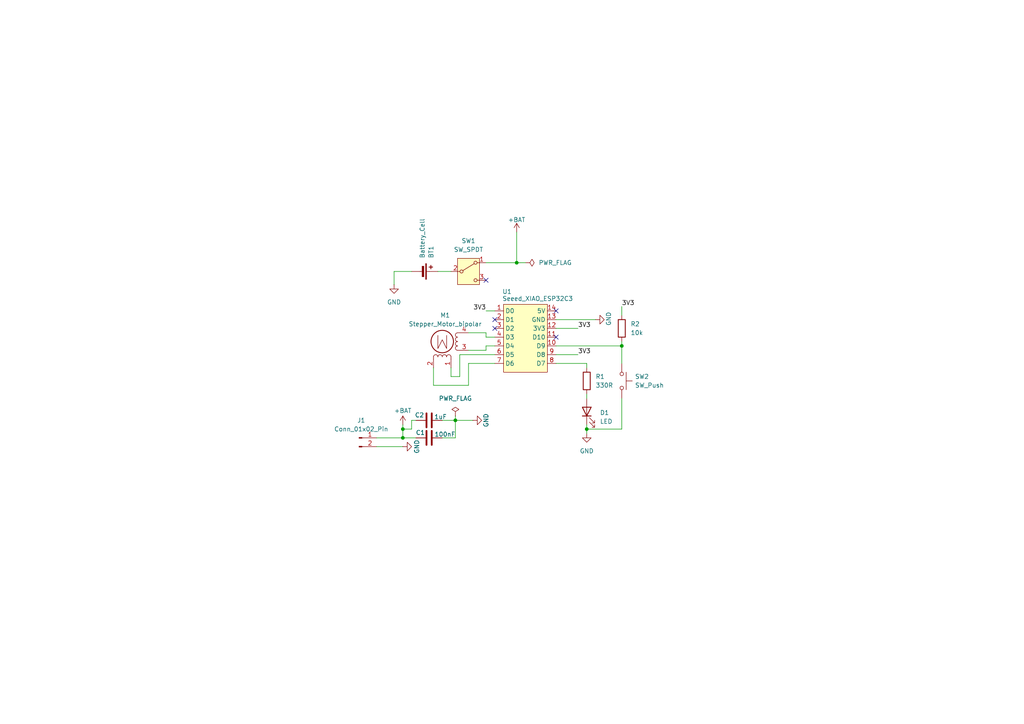
<source format=kicad_sch>
(kicad_sch
	(version 20231120)
	(generator "eeschema")
	(generator_version "8.0")
	(uuid "a89d5cc3-74d9-40c9-80fa-4f12a9fd4464")
	(paper "A4")
	(title_block
		(title "Smart_Litter_Box_Sensor_PCB")
		(comment 1 "Ver. 2")
		(comment 2 "This graph shows the output desplay part of the litter box")
		(comment 3 "Auria Zhang")
	)
	(lib_symbols
		(symbol "Connector:Conn_01x02_Pin"
			(pin_names
				(offset 1.016) hide)
			(exclude_from_sim no)
			(in_bom yes)
			(on_board yes)
			(property "Reference" "J"
				(at 0 2.54 0)
				(effects
					(font
						(size 1.27 1.27)
					)
				)
			)
			(property "Value" "Conn_01x02_Pin"
				(at 0 -5.08 0)
				(effects
					(font
						(size 1.27 1.27)
					)
				)
			)
			(property "Footprint" ""
				(at 0 0 0)
				(effects
					(font
						(size 1.27 1.27)
					)
					(hide yes)
				)
			)
			(property "Datasheet" "~"
				(at 0 0 0)
				(effects
					(font
						(size 1.27 1.27)
					)
					(hide yes)
				)
			)
			(property "Description" "Generic connector, single row, 01x02, script generated"
				(at 0 0 0)
				(effects
					(font
						(size 1.27 1.27)
					)
					(hide yes)
				)
			)
			(property "ki_locked" ""
				(at 0 0 0)
				(effects
					(font
						(size 1.27 1.27)
					)
				)
			)
			(property "ki_keywords" "connector"
				(at 0 0 0)
				(effects
					(font
						(size 1.27 1.27)
					)
					(hide yes)
				)
			)
			(property "ki_fp_filters" "Connector*:*_1x??_*"
				(at 0 0 0)
				(effects
					(font
						(size 1.27 1.27)
					)
					(hide yes)
				)
			)
			(symbol "Conn_01x02_Pin_1_1"
				(polyline
					(pts
						(xy 1.27 -2.54) (xy 0.8636 -2.54)
					)
					(stroke
						(width 0.1524)
						(type default)
					)
					(fill
						(type none)
					)
				)
				(polyline
					(pts
						(xy 1.27 0) (xy 0.8636 0)
					)
					(stroke
						(width 0.1524)
						(type default)
					)
					(fill
						(type none)
					)
				)
				(rectangle
					(start 0.8636 -2.413)
					(end 0 -2.667)
					(stroke
						(width 0.1524)
						(type default)
					)
					(fill
						(type outline)
					)
				)
				(rectangle
					(start 0.8636 0.127)
					(end 0 -0.127)
					(stroke
						(width 0.1524)
						(type default)
					)
					(fill
						(type outline)
					)
				)
				(pin passive line
					(at 5.08 0 180)
					(length 3.81)
					(name "Pin_1"
						(effects
							(font
								(size 1.27 1.27)
							)
						)
					)
					(number "1"
						(effects
							(font
								(size 1.27 1.27)
							)
						)
					)
				)
				(pin passive line
					(at 5.08 -2.54 180)
					(length 3.81)
					(name "Pin_2"
						(effects
							(font
								(size 1.27 1.27)
							)
						)
					)
					(number "2"
						(effects
							(font
								(size 1.27 1.27)
							)
						)
					)
				)
			)
		)
		(symbol "Device:Battery_Cell"
			(pin_numbers hide)
			(pin_names
				(offset 0) hide)
			(exclude_from_sim no)
			(in_bom yes)
			(on_board yes)
			(property "Reference" "BT"
				(at 2.54 2.54 0)
				(effects
					(font
						(size 1.27 1.27)
					)
					(justify left)
				)
			)
			(property "Value" "Battery_Cell"
				(at 2.54 0 0)
				(effects
					(font
						(size 1.27 1.27)
					)
					(justify left)
				)
			)
			(property "Footprint" ""
				(at 0 1.524 90)
				(effects
					(font
						(size 1.27 1.27)
					)
					(hide yes)
				)
			)
			(property "Datasheet" "~"
				(at 0 1.524 90)
				(effects
					(font
						(size 1.27 1.27)
					)
					(hide yes)
				)
			)
			(property "Description" "Single-cell battery"
				(at 0 0 0)
				(effects
					(font
						(size 1.27 1.27)
					)
					(hide yes)
				)
			)
			(property "ki_keywords" "battery cell"
				(at 0 0 0)
				(effects
					(font
						(size 1.27 1.27)
					)
					(hide yes)
				)
			)
			(symbol "Battery_Cell_0_1"
				(rectangle
					(start -2.286 1.778)
					(end 2.286 1.524)
					(stroke
						(width 0)
						(type default)
					)
					(fill
						(type outline)
					)
				)
				(rectangle
					(start -1.524 1.016)
					(end 1.524 0.508)
					(stroke
						(width 0)
						(type default)
					)
					(fill
						(type outline)
					)
				)
				(polyline
					(pts
						(xy 0 0.762) (xy 0 0)
					)
					(stroke
						(width 0)
						(type default)
					)
					(fill
						(type none)
					)
				)
				(polyline
					(pts
						(xy 0 1.778) (xy 0 2.54)
					)
					(stroke
						(width 0)
						(type default)
					)
					(fill
						(type none)
					)
				)
				(polyline
					(pts
						(xy 0.762 3.048) (xy 1.778 3.048)
					)
					(stroke
						(width 0.254)
						(type default)
					)
					(fill
						(type none)
					)
				)
				(polyline
					(pts
						(xy 1.27 3.556) (xy 1.27 2.54)
					)
					(stroke
						(width 0.254)
						(type default)
					)
					(fill
						(type none)
					)
				)
			)
			(symbol "Battery_Cell_1_1"
				(pin passive line
					(at 0 5.08 270)
					(length 2.54)
					(name "+"
						(effects
							(font
								(size 1.27 1.27)
							)
						)
					)
					(number "1"
						(effects
							(font
								(size 1.27 1.27)
							)
						)
					)
				)
				(pin passive line
					(at 0 -2.54 90)
					(length 2.54)
					(name "-"
						(effects
							(font
								(size 1.27 1.27)
							)
						)
					)
					(number "2"
						(effects
							(font
								(size 1.27 1.27)
							)
						)
					)
				)
			)
		)
		(symbol "Device:C"
			(pin_numbers hide)
			(pin_names
				(offset 0.254)
			)
			(exclude_from_sim no)
			(in_bom yes)
			(on_board yes)
			(property "Reference" "C"
				(at 0.635 2.54 0)
				(effects
					(font
						(size 1.27 1.27)
					)
					(justify left)
				)
			)
			(property "Value" "C"
				(at 0.635 -2.54 0)
				(effects
					(font
						(size 1.27 1.27)
					)
					(justify left)
				)
			)
			(property "Footprint" ""
				(at 0.9652 -3.81 0)
				(effects
					(font
						(size 1.27 1.27)
					)
					(hide yes)
				)
			)
			(property "Datasheet" "~"
				(at 0 0 0)
				(effects
					(font
						(size 1.27 1.27)
					)
					(hide yes)
				)
			)
			(property "Description" "Unpolarized capacitor"
				(at 0 0 0)
				(effects
					(font
						(size 1.27 1.27)
					)
					(hide yes)
				)
			)
			(property "ki_keywords" "cap capacitor"
				(at 0 0 0)
				(effects
					(font
						(size 1.27 1.27)
					)
					(hide yes)
				)
			)
			(property "ki_fp_filters" "C_*"
				(at 0 0 0)
				(effects
					(font
						(size 1.27 1.27)
					)
					(hide yes)
				)
			)
			(symbol "C_0_1"
				(polyline
					(pts
						(xy -2.032 -0.762) (xy 2.032 -0.762)
					)
					(stroke
						(width 0.508)
						(type default)
					)
					(fill
						(type none)
					)
				)
				(polyline
					(pts
						(xy -2.032 0.762) (xy 2.032 0.762)
					)
					(stroke
						(width 0.508)
						(type default)
					)
					(fill
						(type none)
					)
				)
			)
			(symbol "C_1_1"
				(pin passive line
					(at 0 3.81 270)
					(length 2.794)
					(name "~"
						(effects
							(font
								(size 1.27 1.27)
							)
						)
					)
					(number "1"
						(effects
							(font
								(size 1.27 1.27)
							)
						)
					)
				)
				(pin passive line
					(at 0 -3.81 90)
					(length 2.794)
					(name "~"
						(effects
							(font
								(size 1.27 1.27)
							)
						)
					)
					(number "2"
						(effects
							(font
								(size 1.27 1.27)
							)
						)
					)
				)
			)
		)
		(symbol "Device:LED"
			(pin_numbers hide)
			(pin_names
				(offset 1.016) hide)
			(exclude_from_sim no)
			(in_bom yes)
			(on_board yes)
			(property "Reference" "D"
				(at 0 2.54 0)
				(effects
					(font
						(size 1.27 1.27)
					)
				)
			)
			(property "Value" "LED"
				(at 0 -2.54 0)
				(effects
					(font
						(size 1.27 1.27)
					)
				)
			)
			(property "Footprint" ""
				(at 0 0 0)
				(effects
					(font
						(size 1.27 1.27)
					)
					(hide yes)
				)
			)
			(property "Datasheet" "~"
				(at 0 0 0)
				(effects
					(font
						(size 1.27 1.27)
					)
					(hide yes)
				)
			)
			(property "Description" "Light emitting diode"
				(at 0 0 0)
				(effects
					(font
						(size 1.27 1.27)
					)
					(hide yes)
				)
			)
			(property "ki_keywords" "LED diode"
				(at 0 0 0)
				(effects
					(font
						(size 1.27 1.27)
					)
					(hide yes)
				)
			)
			(property "ki_fp_filters" "LED* LED_SMD:* LED_THT:*"
				(at 0 0 0)
				(effects
					(font
						(size 1.27 1.27)
					)
					(hide yes)
				)
			)
			(symbol "LED_0_1"
				(polyline
					(pts
						(xy -1.27 -1.27) (xy -1.27 1.27)
					)
					(stroke
						(width 0.254)
						(type default)
					)
					(fill
						(type none)
					)
				)
				(polyline
					(pts
						(xy -1.27 0) (xy 1.27 0)
					)
					(stroke
						(width 0)
						(type default)
					)
					(fill
						(type none)
					)
				)
				(polyline
					(pts
						(xy 1.27 -1.27) (xy 1.27 1.27) (xy -1.27 0) (xy 1.27 -1.27)
					)
					(stroke
						(width 0.254)
						(type default)
					)
					(fill
						(type none)
					)
				)
				(polyline
					(pts
						(xy -3.048 -0.762) (xy -4.572 -2.286) (xy -3.81 -2.286) (xy -4.572 -2.286) (xy -4.572 -1.524)
					)
					(stroke
						(width 0)
						(type default)
					)
					(fill
						(type none)
					)
				)
				(polyline
					(pts
						(xy -1.778 -0.762) (xy -3.302 -2.286) (xy -2.54 -2.286) (xy -3.302 -2.286) (xy -3.302 -1.524)
					)
					(stroke
						(width 0)
						(type default)
					)
					(fill
						(type none)
					)
				)
			)
			(symbol "LED_1_1"
				(pin passive line
					(at -3.81 0 0)
					(length 2.54)
					(name "K"
						(effects
							(font
								(size 1.27 1.27)
							)
						)
					)
					(number "1"
						(effects
							(font
								(size 1.27 1.27)
							)
						)
					)
				)
				(pin passive line
					(at 3.81 0 180)
					(length 2.54)
					(name "A"
						(effects
							(font
								(size 1.27 1.27)
							)
						)
					)
					(number "2"
						(effects
							(font
								(size 1.27 1.27)
							)
						)
					)
				)
			)
		)
		(symbol "Device:R"
			(pin_numbers hide)
			(pin_names
				(offset 0)
			)
			(exclude_from_sim no)
			(in_bom yes)
			(on_board yes)
			(property "Reference" "R"
				(at 2.032 0 90)
				(effects
					(font
						(size 1.27 1.27)
					)
				)
			)
			(property "Value" "R"
				(at 0 0 90)
				(effects
					(font
						(size 1.27 1.27)
					)
				)
			)
			(property "Footprint" ""
				(at -1.778 0 90)
				(effects
					(font
						(size 1.27 1.27)
					)
					(hide yes)
				)
			)
			(property "Datasheet" "~"
				(at 0 0 0)
				(effects
					(font
						(size 1.27 1.27)
					)
					(hide yes)
				)
			)
			(property "Description" "Resistor"
				(at 0 0 0)
				(effects
					(font
						(size 1.27 1.27)
					)
					(hide yes)
				)
			)
			(property "ki_keywords" "R res resistor"
				(at 0 0 0)
				(effects
					(font
						(size 1.27 1.27)
					)
					(hide yes)
				)
			)
			(property "ki_fp_filters" "R_*"
				(at 0 0 0)
				(effects
					(font
						(size 1.27 1.27)
					)
					(hide yes)
				)
			)
			(symbol "R_0_1"
				(rectangle
					(start -1.016 -2.54)
					(end 1.016 2.54)
					(stroke
						(width 0.254)
						(type default)
					)
					(fill
						(type none)
					)
				)
			)
			(symbol "R_1_1"
				(pin passive line
					(at 0 3.81 270)
					(length 1.27)
					(name "~"
						(effects
							(font
								(size 1.27 1.27)
							)
						)
					)
					(number "1"
						(effects
							(font
								(size 1.27 1.27)
							)
						)
					)
				)
				(pin passive line
					(at 0 -3.81 90)
					(length 1.27)
					(name "~"
						(effects
							(font
								(size 1.27 1.27)
							)
						)
					)
					(number "2"
						(effects
							(font
								(size 1.27 1.27)
							)
						)
					)
				)
			)
		)
		(symbol "Motor:Stepper_Motor_bipolar"
			(pin_names
				(offset 0) hide)
			(exclude_from_sim no)
			(in_bom yes)
			(on_board yes)
			(property "Reference" "M"
				(at 3.81 2.54 0)
				(effects
					(font
						(size 1.27 1.27)
					)
					(justify left)
				)
			)
			(property "Value" "Stepper_Motor_bipolar"
				(at 3.81 1.27 0)
				(effects
					(font
						(size 1.27 1.27)
					)
					(justify left top)
				)
			)
			(property "Footprint" ""
				(at 0.254 -0.254 0)
				(effects
					(font
						(size 1.27 1.27)
					)
					(hide yes)
				)
			)
			(property "Datasheet" "http://www.infineon.com/dgdl/Application-Note-TLE8110EE_driving_UniPolarStepperMotor_V1.1.pdf?fileId=db3a30431be39b97011be5d0aa0a00b0"
				(at 0.254 -0.254 0)
				(effects
					(font
						(size 1.27 1.27)
					)
					(hide yes)
				)
			)
			(property "Description" "4-wire bipolar stepper motor"
				(at 0 0 0)
				(effects
					(font
						(size 1.27 1.27)
					)
					(hide yes)
				)
			)
			(property "ki_keywords" "bipolar stepper motor"
				(at 0 0 0)
				(effects
					(font
						(size 1.27 1.27)
					)
					(hide yes)
				)
			)
			(property "ki_fp_filters" "PinHeader*P2.54mm*Vertical* TerminalBlock* Motor*"
				(at 0 0 0)
				(effects
					(font
						(size 1.27 1.27)
					)
					(hide yes)
				)
			)
			(symbol "Stepper_Motor_bipolar_0_0"
				(polyline
					(pts
						(xy -1.27 -1.778) (xy -1.27 2.032) (xy 0 -0.508) (xy 1.27 2.032) (xy 1.27 -1.778)
					)
					(stroke
						(width 0)
						(type default)
					)
					(fill
						(type none)
					)
				)
			)
			(symbol "Stepper_Motor_bipolar_0_1"
				(arc
					(start -4.445 -2.54)
					(mid -3.8127 -1.905)
					(end -4.445 -1.27)
					(stroke
						(width 0)
						(type default)
					)
					(fill
						(type none)
					)
				)
				(arc
					(start -4.445 -1.27)
					(mid -3.8127 -0.635)
					(end -4.445 0)
					(stroke
						(width 0)
						(type default)
					)
					(fill
						(type none)
					)
				)
				(arc
					(start -4.445 0)
					(mid -3.8127 0.635)
					(end -4.445 1.27)
					(stroke
						(width 0)
						(type default)
					)
					(fill
						(type none)
					)
				)
				(arc
					(start -4.445 1.27)
					(mid -3.8127 1.905)
					(end -4.445 2.54)
					(stroke
						(width 0)
						(type default)
					)
					(fill
						(type none)
					)
				)
				(arc
					(start -2.54 4.445)
					(mid -1.905 3.8127)
					(end -1.27 4.445)
					(stroke
						(width 0)
						(type default)
					)
					(fill
						(type none)
					)
				)
				(arc
					(start -1.27 4.445)
					(mid -0.635 3.8127)
					(end 0 4.445)
					(stroke
						(width 0)
						(type default)
					)
					(fill
						(type none)
					)
				)
				(polyline
					(pts
						(xy -5.08 -2.54) (xy -4.445 -2.54)
					)
					(stroke
						(width 0)
						(type default)
					)
					(fill
						(type none)
					)
				)
				(polyline
					(pts
						(xy -5.08 2.54) (xy -4.445 2.54)
					)
					(stroke
						(width 0)
						(type default)
					)
					(fill
						(type none)
					)
				)
				(polyline
					(pts
						(xy -2.54 5.08) (xy -2.54 4.445)
					)
					(stroke
						(width 0)
						(type default)
					)
					(fill
						(type none)
					)
				)
				(polyline
					(pts
						(xy 2.54 5.08) (xy 2.54 4.445)
					)
					(stroke
						(width 0)
						(type default)
					)
					(fill
						(type none)
					)
				)
				(circle
					(center 0 0)
					(radius 3.2512)
					(stroke
						(width 0.254)
						(type default)
					)
					(fill
						(type none)
					)
				)
				(arc
					(start 0 4.445)
					(mid 0.635 3.8127)
					(end 1.27 4.445)
					(stroke
						(width 0)
						(type default)
					)
					(fill
						(type none)
					)
				)
				(arc
					(start 1.27 4.445)
					(mid 1.905 3.8127)
					(end 2.54 4.445)
					(stroke
						(width 0)
						(type default)
					)
					(fill
						(type none)
					)
				)
			)
			(symbol "Stepper_Motor_bipolar_1_1"
				(pin passive line
					(at -2.54 7.62 270)
					(length 2.54)
					(name "~"
						(effects
							(font
								(size 1.27 1.27)
							)
						)
					)
					(number "1"
						(effects
							(font
								(size 1.27 1.27)
							)
						)
					)
				)
				(pin passive line
					(at 2.54 7.62 270)
					(length 2.54)
					(name "-"
						(effects
							(font
								(size 1.27 1.27)
							)
						)
					)
					(number "2"
						(effects
							(font
								(size 1.27 1.27)
							)
						)
					)
				)
				(pin passive line
					(at -7.62 2.54 0)
					(length 2.54)
					(name "~"
						(effects
							(font
								(size 1.27 1.27)
							)
						)
					)
					(number "3"
						(effects
							(font
								(size 1.27 1.27)
							)
						)
					)
				)
				(pin passive line
					(at -7.62 -2.54 0)
					(length 2.54)
					(name "~"
						(effects
							(font
								(size 1.27 1.27)
							)
						)
					)
					(number "4"
						(effects
							(font
								(size 1.27 1.27)
							)
						)
					)
				)
			)
		)
		(symbol "Switch:SW_Push"
			(pin_numbers hide)
			(pin_names
				(offset 1.016) hide)
			(exclude_from_sim no)
			(in_bom yes)
			(on_board yes)
			(property "Reference" "SW"
				(at 1.27 2.54 0)
				(effects
					(font
						(size 1.27 1.27)
					)
					(justify left)
				)
			)
			(property "Value" "SW_Push"
				(at 0 -1.524 0)
				(effects
					(font
						(size 1.27 1.27)
					)
				)
			)
			(property "Footprint" ""
				(at 0 5.08 0)
				(effects
					(font
						(size 1.27 1.27)
					)
					(hide yes)
				)
			)
			(property "Datasheet" "~"
				(at 0 5.08 0)
				(effects
					(font
						(size 1.27 1.27)
					)
					(hide yes)
				)
			)
			(property "Description" "Push button switch, generic, two pins"
				(at 0 0 0)
				(effects
					(font
						(size 1.27 1.27)
					)
					(hide yes)
				)
			)
			(property "ki_keywords" "switch normally-open pushbutton push-button"
				(at 0 0 0)
				(effects
					(font
						(size 1.27 1.27)
					)
					(hide yes)
				)
			)
			(symbol "SW_Push_0_1"
				(circle
					(center -2.032 0)
					(radius 0.508)
					(stroke
						(width 0)
						(type default)
					)
					(fill
						(type none)
					)
				)
				(polyline
					(pts
						(xy 0 1.27) (xy 0 3.048)
					)
					(stroke
						(width 0)
						(type default)
					)
					(fill
						(type none)
					)
				)
				(polyline
					(pts
						(xy 2.54 1.27) (xy -2.54 1.27)
					)
					(stroke
						(width 0)
						(type default)
					)
					(fill
						(type none)
					)
				)
				(circle
					(center 2.032 0)
					(radius 0.508)
					(stroke
						(width 0)
						(type default)
					)
					(fill
						(type none)
					)
				)
				(pin passive line
					(at -5.08 0 0)
					(length 2.54)
					(name "1"
						(effects
							(font
								(size 1.27 1.27)
							)
						)
					)
					(number "1"
						(effects
							(font
								(size 1.27 1.27)
							)
						)
					)
				)
				(pin passive line
					(at 5.08 0 180)
					(length 2.54)
					(name "2"
						(effects
							(font
								(size 1.27 1.27)
							)
						)
					)
					(number "2"
						(effects
							(font
								(size 1.27 1.27)
							)
						)
					)
				)
			)
		)
		(symbol "Switch:SW_SPDT"
			(pin_names
				(offset 0) hide)
			(exclude_from_sim no)
			(in_bom yes)
			(on_board yes)
			(property "Reference" "SW"
				(at 0 5.08 0)
				(effects
					(font
						(size 1.27 1.27)
					)
				)
			)
			(property "Value" "SW_SPDT"
				(at 0 -5.08 0)
				(effects
					(font
						(size 1.27 1.27)
					)
				)
			)
			(property "Footprint" ""
				(at 0 0 0)
				(effects
					(font
						(size 1.27 1.27)
					)
					(hide yes)
				)
			)
			(property "Datasheet" "~"
				(at 0 -7.62 0)
				(effects
					(font
						(size 1.27 1.27)
					)
					(hide yes)
				)
			)
			(property "Description" "Switch, single pole double throw"
				(at 0 0 0)
				(effects
					(font
						(size 1.27 1.27)
					)
					(hide yes)
				)
			)
			(property "ki_keywords" "switch single-pole double-throw spdt ON-ON"
				(at 0 0 0)
				(effects
					(font
						(size 1.27 1.27)
					)
					(hide yes)
				)
			)
			(symbol "SW_SPDT_0_1"
				(circle
					(center -2.032 0)
					(radius 0.4572)
					(stroke
						(width 0)
						(type default)
					)
					(fill
						(type none)
					)
				)
				(polyline
					(pts
						(xy -1.651 0.254) (xy 1.651 2.286)
					)
					(stroke
						(width 0)
						(type default)
					)
					(fill
						(type none)
					)
				)
				(circle
					(center 2.032 -2.54)
					(radius 0.4572)
					(stroke
						(width 0)
						(type default)
					)
					(fill
						(type none)
					)
				)
				(circle
					(center 2.032 2.54)
					(radius 0.4572)
					(stroke
						(width 0)
						(type default)
					)
					(fill
						(type none)
					)
				)
			)
			(symbol "SW_SPDT_1_1"
				(rectangle
					(start -3.175 3.81)
					(end 3.175 -3.81)
					(stroke
						(width 0)
						(type default)
					)
					(fill
						(type background)
					)
				)
				(pin passive line
					(at 5.08 2.54 180)
					(length 2.54)
					(name "A"
						(effects
							(font
								(size 1.27 1.27)
							)
						)
					)
					(number "1"
						(effects
							(font
								(size 1.27 1.27)
							)
						)
					)
				)
				(pin passive line
					(at -5.08 0 0)
					(length 2.54)
					(name "B"
						(effects
							(font
								(size 1.27 1.27)
							)
						)
					)
					(number "2"
						(effects
							(font
								(size 1.27 1.27)
							)
						)
					)
				)
				(pin passive line
					(at 5.08 -2.54 180)
					(length 2.54)
					(name "C"
						(effects
							(font
								(size 1.27 1.27)
							)
						)
					)
					(number "3"
						(effects
							(font
								(size 1.27 1.27)
							)
						)
					)
				)
			)
		)
		(symbol "my_lib:Seeed_XIAO_ESP32C3"
			(exclude_from_sim no)
			(in_bom yes)
			(on_board yes)
			(property "Reference" "U"
				(at -6.096 12.954 0)
				(effects
					(font
						(size 1.27 1.27)
					)
				)
			)
			(property "Value" "Seeed_XIAO_ESP32C3"
				(at 3.556 10.922 0)
				(effects
					(font
						(size 1.27 1.27)
					)
				)
			)
			(property "Footprint" "mylib:Seeed XIAO ESP32C3"
				(at 0 -3.81 0)
				(effects
					(font
						(size 1.27 1.27)
					)
					(hide yes)
				)
			)
			(property "Datasheet" ""
				(at 0 -3.81 0)
				(effects
					(font
						(size 1.27 1.27)
					)
					(hide yes)
				)
			)
			(property "Description" ""
				(at 0 -3.81 0)
				(effects
					(font
						(size 1.27 1.27)
					)
					(hide yes)
				)
			)
			(symbol "Seeed_XIAO_ESP32C3_0_1"
				(rectangle
					(start -6.35 9.525)
					(end 6.35 -10.16)
					(stroke
						(width 0)
						(type default)
					)
					(fill
						(type background)
					)
				)
			)
			(symbol "Seeed_XIAO_ESP32C3_1_1"
				(pin bidirectional line
					(at -8.89 7.62 0)
					(length 2.54)
					(name "D0"
						(effects
							(font
								(size 1.27 1.27)
							)
						)
					)
					(number "1"
						(effects
							(font
								(size 1.27 1.27)
							)
						)
					)
				)
				(pin bidirectional line
					(at 8.89 -2.54 180)
					(length 2.54)
					(name "D9"
						(effects
							(font
								(size 1.27 1.27)
							)
						)
					)
					(number "10"
						(effects
							(font
								(size 1.27 1.27)
							)
						)
					)
				)
				(pin bidirectional line
					(at 8.89 0 180)
					(length 2.54)
					(name "D10"
						(effects
							(font
								(size 1.27 1.27)
							)
						)
					)
					(number "11"
						(effects
							(font
								(size 1.27 1.27)
							)
						)
					)
				)
				(pin power_out line
					(at 8.89 2.54 180)
					(length 2.54)
					(name "3V3"
						(effects
							(font
								(size 1.27 1.27)
							)
						)
					)
					(number "12"
						(effects
							(font
								(size 1.27 1.27)
							)
						)
					)
				)
				(pin passive line
					(at 8.89 5.08 180)
					(length 2.54)
					(name "GND"
						(effects
							(font
								(size 1.27 1.27)
							)
						)
					)
					(number "13"
						(effects
							(font
								(size 1.27 1.27)
							)
						)
					)
				)
				(pin power_out line
					(at 8.89 7.62 180)
					(length 2.54)
					(name "5V"
						(effects
							(font
								(size 1.27 1.27)
							)
						)
					)
					(number "14"
						(effects
							(font
								(size 1.27 1.27)
							)
						)
					)
				)
				(pin bidirectional line
					(at -8.89 5.08 0)
					(length 2.54)
					(name "D1"
						(effects
							(font
								(size 1.27 1.27)
							)
						)
					)
					(number "2"
						(effects
							(font
								(size 1.27 1.27)
							)
						)
					)
				)
				(pin bidirectional line
					(at -8.89 2.54 0)
					(length 2.54)
					(name "D2"
						(effects
							(font
								(size 1.27 1.27)
							)
						)
					)
					(number "3"
						(effects
							(font
								(size 1.27 1.27)
							)
						)
					)
				)
				(pin bidirectional line
					(at -8.89 0 0)
					(length 2.54)
					(name "D3"
						(effects
							(font
								(size 1.27 1.27)
							)
						)
					)
					(number "4"
						(effects
							(font
								(size 1.27 1.27)
							)
						)
					)
				)
				(pin bidirectional line
					(at -8.89 -2.54 0)
					(length 2.54)
					(name "D4"
						(effects
							(font
								(size 1.27 1.27)
							)
						)
					)
					(number "5"
						(effects
							(font
								(size 1.27 1.27)
							)
						)
					)
				)
				(pin bidirectional line
					(at -8.89 -5.08 0)
					(length 2.54)
					(name "D5"
						(effects
							(font
								(size 1.27 1.27)
							)
						)
					)
					(number "6"
						(effects
							(font
								(size 1.27 1.27)
							)
						)
					)
				)
				(pin bidirectional line
					(at -8.89 -7.62 0)
					(length 2.54)
					(name "D6"
						(effects
							(font
								(size 1.27 1.27)
							)
						)
					)
					(number "7"
						(effects
							(font
								(size 1.27 1.27)
							)
						)
					)
				)
				(pin bidirectional line
					(at 8.89 -7.62 180)
					(length 2.54)
					(name "D7"
						(effects
							(font
								(size 1.27 1.27)
							)
						)
					)
					(number "8"
						(effects
							(font
								(size 1.27 1.27)
							)
						)
					)
				)
				(pin bidirectional line
					(at 8.89 -5.08 180)
					(length 2.54)
					(name "D8"
						(effects
							(font
								(size 1.27 1.27)
							)
						)
					)
					(number "9"
						(effects
							(font
								(size 1.27 1.27)
							)
						)
					)
				)
			)
		)
		(symbol "power:+5V"
			(power)
			(pin_numbers hide)
			(pin_names
				(offset 0) hide)
			(exclude_from_sim no)
			(in_bom yes)
			(on_board yes)
			(property "Reference" "#PWR"
				(at 0 -3.81 0)
				(effects
					(font
						(size 1.27 1.27)
					)
					(hide yes)
				)
			)
			(property "Value" "+5V"
				(at 0 3.556 0)
				(effects
					(font
						(size 1.27 1.27)
					)
				)
			)
			(property "Footprint" ""
				(at 0 0 0)
				(effects
					(font
						(size 1.27 1.27)
					)
					(hide yes)
				)
			)
			(property "Datasheet" ""
				(at 0 0 0)
				(effects
					(font
						(size 1.27 1.27)
					)
					(hide yes)
				)
			)
			(property "Description" "Power symbol creates a global label with name \"+5V\""
				(at 0 0 0)
				(effects
					(font
						(size 1.27 1.27)
					)
					(hide yes)
				)
			)
			(property "ki_keywords" "global power"
				(at 0 0 0)
				(effects
					(font
						(size 1.27 1.27)
					)
					(hide yes)
				)
			)
			(symbol "+5V_0_1"
				(polyline
					(pts
						(xy -0.762 1.27) (xy 0 2.54)
					)
					(stroke
						(width 0)
						(type default)
					)
					(fill
						(type none)
					)
				)
				(polyline
					(pts
						(xy 0 0) (xy 0 2.54)
					)
					(stroke
						(width 0)
						(type default)
					)
					(fill
						(type none)
					)
				)
				(polyline
					(pts
						(xy 0 2.54) (xy 0.762 1.27)
					)
					(stroke
						(width 0)
						(type default)
					)
					(fill
						(type none)
					)
				)
			)
			(symbol "+5V_1_1"
				(pin power_in line
					(at 0 0 90)
					(length 0)
					(name "~"
						(effects
							(font
								(size 1.27 1.27)
							)
						)
					)
					(number "1"
						(effects
							(font
								(size 1.27 1.27)
							)
						)
					)
				)
			)
		)
		(symbol "power:GND"
			(power)
			(pin_numbers hide)
			(pin_names
				(offset 0) hide)
			(exclude_from_sim no)
			(in_bom yes)
			(on_board yes)
			(property "Reference" "#PWR"
				(at 0 -6.35 0)
				(effects
					(font
						(size 1.27 1.27)
					)
					(hide yes)
				)
			)
			(property "Value" "GND"
				(at 0 -3.81 0)
				(effects
					(font
						(size 1.27 1.27)
					)
				)
			)
			(property "Footprint" ""
				(at 0 0 0)
				(effects
					(font
						(size 1.27 1.27)
					)
					(hide yes)
				)
			)
			(property "Datasheet" ""
				(at 0 0 0)
				(effects
					(font
						(size 1.27 1.27)
					)
					(hide yes)
				)
			)
			(property "Description" "Power symbol creates a global label with name \"GND\" , ground"
				(at 0 0 0)
				(effects
					(font
						(size 1.27 1.27)
					)
					(hide yes)
				)
			)
			(property "ki_keywords" "global power"
				(at 0 0 0)
				(effects
					(font
						(size 1.27 1.27)
					)
					(hide yes)
				)
			)
			(symbol "GND_0_1"
				(polyline
					(pts
						(xy 0 0) (xy 0 -1.27) (xy 1.27 -1.27) (xy 0 -2.54) (xy -1.27 -1.27) (xy 0 -1.27)
					)
					(stroke
						(width 0)
						(type default)
					)
					(fill
						(type none)
					)
				)
			)
			(symbol "GND_1_1"
				(pin power_in line
					(at 0 0 270)
					(length 0)
					(name "~"
						(effects
							(font
								(size 1.27 1.27)
							)
						)
					)
					(number "1"
						(effects
							(font
								(size 1.27 1.27)
							)
						)
					)
				)
			)
		)
		(symbol "power:PWR_FLAG"
			(power)
			(pin_numbers hide)
			(pin_names
				(offset 0) hide)
			(exclude_from_sim no)
			(in_bom yes)
			(on_board yes)
			(property "Reference" "#FLG"
				(at 0 1.905 0)
				(effects
					(font
						(size 1.27 1.27)
					)
					(hide yes)
				)
			)
			(property "Value" "PWR_FLAG"
				(at 0 3.81 0)
				(effects
					(font
						(size 1.27 1.27)
					)
				)
			)
			(property "Footprint" ""
				(at 0 0 0)
				(effects
					(font
						(size 1.27 1.27)
					)
					(hide yes)
				)
			)
			(property "Datasheet" "~"
				(at 0 0 0)
				(effects
					(font
						(size 1.27 1.27)
					)
					(hide yes)
				)
			)
			(property "Description" "Special symbol for telling ERC where power comes from"
				(at 0 0 0)
				(effects
					(font
						(size 1.27 1.27)
					)
					(hide yes)
				)
			)
			(property "ki_keywords" "flag power"
				(at 0 0 0)
				(effects
					(font
						(size 1.27 1.27)
					)
					(hide yes)
				)
			)
			(symbol "PWR_FLAG_0_0"
				(pin power_out line
					(at 0 0 90)
					(length 0)
					(name "~"
						(effects
							(font
								(size 1.27 1.27)
							)
						)
					)
					(number "1"
						(effects
							(font
								(size 1.27 1.27)
							)
						)
					)
				)
			)
			(symbol "PWR_FLAG_0_1"
				(polyline
					(pts
						(xy 0 0) (xy 0 1.27) (xy -1.016 1.905) (xy 0 2.54) (xy 1.016 1.905) (xy 0 1.27)
					)
					(stroke
						(width 0)
						(type default)
					)
					(fill
						(type none)
					)
				)
			)
		)
	)
	(junction
		(at 170.18 124.46)
		(diameter 0)
		(color 0 0 0 0)
		(uuid "060d105d-4a7c-48ca-84bc-05dd575a0d04")
	)
	(junction
		(at 180.34 100.33)
		(diameter 0)
		(color 0 0 0 0)
		(uuid "1d4c35a9-861d-4674-b333-f062d52d2d60")
	)
	(junction
		(at 116.84 124.46)
		(diameter 0)
		(color 0 0 0 0)
		(uuid "276606bb-527d-4c10-af64-3ea8b47bb8f5")
	)
	(junction
		(at 149.86 76.2)
		(diameter 0)
		(color 0 0 0 0)
		(uuid "866e9c15-ac1e-447f-95a9-0078c825e087")
	)
	(junction
		(at 116.84 127)
		(diameter 0)
		(color 0 0 0 0)
		(uuid "bdd7baff-30e7-406d-a743-42a0ca4fd3e0")
	)
	(junction
		(at 132.08 121.92)
		(diameter 0)
		(color 0 0 0 0)
		(uuid "dce4b032-daf6-4d72-9baa-7d0fe209f0d0")
	)
	(no_connect
		(at 140.97 81.28)
		(uuid "13e980fc-7e4b-4eae-b096-6d26e173b7b0")
	)
	(no_connect
		(at 161.29 97.79)
		(uuid "50971b7e-d490-4cbf-85fa-da5cf7cd5f8b")
	)
	(no_connect
		(at 161.29 90.17)
		(uuid "77f9f80b-1089-477e-af68-894561151536")
	)
	(no_connect
		(at 143.51 95.25)
		(uuid "e52cf99e-5794-4526-b7d1-fe0b3e705857")
	)
	(no_connect
		(at 143.51 92.71)
		(uuid "f243f828-deca-4d95-85df-4bbe72610bf5")
	)
	(wire
		(pts
			(xy 180.34 100.33) (xy 161.29 100.33)
		)
		(stroke
			(width 0)
			(type default)
		)
		(uuid "029ab324-1be0-42fa-8bd6-2bb4f727c4a4")
	)
	(wire
		(pts
			(xy 132.08 121.92) (xy 137.16 121.92)
		)
		(stroke
			(width 0)
			(type default)
		)
		(uuid "04569b9d-908b-4dcf-90ed-0920cbb8db7a")
	)
	(wire
		(pts
			(xy 180.34 115.57) (xy 180.34 124.46)
		)
		(stroke
			(width 0)
			(type default)
		)
		(uuid "051152cc-f798-4476-8325-f7c5b17526ec")
	)
	(wire
		(pts
			(xy 132.08 127) (xy 132.08 121.92)
		)
		(stroke
			(width 0)
			(type default)
		)
		(uuid "11a94770-f855-4a01-b0a2-94a5c4923259")
	)
	(wire
		(pts
			(xy 133.35 109.22) (xy 133.35 102.87)
		)
		(stroke
			(width 0)
			(type default)
		)
		(uuid "1600d9a5-adcb-41b6-9713-d2452bbe759b")
	)
	(wire
		(pts
			(xy 133.35 102.87) (xy 143.51 102.87)
		)
		(stroke
			(width 0)
			(type default)
		)
		(uuid "16bf04c4-dcb0-4d63-86af-c1954ecd300a")
	)
	(wire
		(pts
			(xy 135.89 105.41) (xy 135.89 111.76)
		)
		(stroke
			(width 0)
			(type default)
		)
		(uuid "37944349-1cf4-4a88-abaa-acf549773da5")
	)
	(wire
		(pts
			(xy 130.81 109.22) (xy 133.35 109.22)
		)
		(stroke
			(width 0)
			(type default)
		)
		(uuid "39d8f6fb-dc3a-40de-b525-6c4d994e52a9")
	)
	(wire
		(pts
			(xy 140.97 101.6) (xy 140.97 100.33)
		)
		(stroke
			(width 0)
			(type default)
		)
		(uuid "3f4749c2-a720-47e3-8f49-c418767dff2b")
	)
	(wire
		(pts
			(xy 125.73 111.76) (xy 125.73 106.68)
		)
		(stroke
			(width 0)
			(type default)
		)
		(uuid "4013318f-2c92-4cc3-af3e-ceed3a79312f")
	)
	(wire
		(pts
			(xy 135.89 111.76) (xy 125.73 111.76)
		)
		(stroke
			(width 0)
			(type default)
		)
		(uuid "42515c23-3066-4e1f-87f0-b785b20e70e5")
	)
	(wire
		(pts
			(xy 161.29 95.25) (xy 167.64 95.25)
		)
		(stroke
			(width 0)
			(type default)
		)
		(uuid "4e3ca51f-dc7d-40d0-9f2a-55be31f01a04")
	)
	(wire
		(pts
			(xy 116.84 127) (xy 109.22 127)
		)
		(stroke
			(width 0)
			(type default)
		)
		(uuid "557a8d8c-675a-4c96-a8f4-84b8a0ff6732")
	)
	(wire
		(pts
			(xy 119.38 121.92) (xy 119.38 124.46)
		)
		(stroke
			(width 0)
			(type default)
		)
		(uuid "59066601-4049-46df-a5e1-7c8772dc02ea")
	)
	(wire
		(pts
			(xy 170.18 123.19) (xy 170.18 124.46)
		)
		(stroke
			(width 0)
			(type default)
		)
		(uuid "59ab5ea7-2a75-4a0a-83ce-df1e0d8f13cc")
	)
	(wire
		(pts
			(xy 116.84 124.46) (xy 116.84 127)
		)
		(stroke
			(width 0)
			(type default)
		)
		(uuid "5af9e2ef-8533-4767-8a95-2613197ecf07")
	)
	(wire
		(pts
			(xy 135.89 101.6) (xy 140.97 101.6)
		)
		(stroke
			(width 0)
			(type default)
		)
		(uuid "654e99c8-2170-4736-b847-7b740a27e7ba")
	)
	(wire
		(pts
			(xy 132.08 120.65) (xy 132.08 121.92)
		)
		(stroke
			(width 0)
			(type default)
		)
		(uuid "6fbd9811-b529-4fd8-83db-e8ac263c3bfa")
	)
	(wire
		(pts
			(xy 128.27 127) (xy 132.08 127)
		)
		(stroke
			(width 0)
			(type default)
		)
		(uuid "77d02268-9669-48e7-8971-dc0df32fc80b")
	)
	(wire
		(pts
			(xy 135.89 96.52) (xy 140.97 96.52)
		)
		(stroke
			(width 0)
			(type default)
		)
		(uuid "79dfe6af-2506-4b84-91bd-2d79fc05d412")
	)
	(wire
		(pts
			(xy 119.38 78.74) (xy 114.3 78.74)
		)
		(stroke
			(width 0)
			(type default)
		)
		(uuid "7cf308bb-9430-45ad-9331-f88bb7b41c20")
	)
	(wire
		(pts
			(xy 140.97 96.52) (xy 140.97 97.79)
		)
		(stroke
			(width 0)
			(type default)
		)
		(uuid "7f9b5f25-dfd4-40cc-9951-730151ef7be5")
	)
	(wire
		(pts
			(xy 140.97 90.17) (xy 143.51 90.17)
		)
		(stroke
			(width 0)
			(type default)
		)
		(uuid "8979b0ff-ab4b-4176-af26-28c4a6fc437e")
	)
	(wire
		(pts
			(xy 180.34 99.06) (xy 180.34 100.33)
		)
		(stroke
			(width 0)
			(type default)
		)
		(uuid "8bff33d2-a241-45d9-a5e1-6a20c2933080")
	)
	(wire
		(pts
			(xy 109.22 129.54) (xy 116.84 129.54)
		)
		(stroke
			(width 0)
			(type default)
		)
		(uuid "8c7bb6b0-5f3a-4109-bc56-e15984515540")
	)
	(wire
		(pts
			(xy 127 78.74) (xy 130.81 78.74)
		)
		(stroke
			(width 0)
			(type default)
		)
		(uuid "8e1b77a8-135a-4e71-8411-2779454c0bdf")
	)
	(wire
		(pts
			(xy 114.3 78.74) (xy 114.3 82.55)
		)
		(stroke
			(width 0)
			(type default)
		)
		(uuid "960d98c5-9373-4aa1-b89e-a0f6085ad552")
	)
	(wire
		(pts
			(xy 143.51 105.41) (xy 135.89 105.41)
		)
		(stroke
			(width 0)
			(type default)
		)
		(uuid "9927b682-4402-469b-bff2-77efea0d40d6")
	)
	(wire
		(pts
			(xy 172.72 92.71) (xy 161.29 92.71)
		)
		(stroke
			(width 0)
			(type default)
		)
		(uuid "9aaec3bc-fab0-4e30-8d47-d70d0bc406dd")
	)
	(wire
		(pts
			(xy 180.34 124.46) (xy 170.18 124.46)
		)
		(stroke
			(width 0)
			(type default)
		)
		(uuid "9b5f8092-113e-4b53-b097-6cea94b77640")
	)
	(wire
		(pts
			(xy 170.18 105.41) (xy 170.18 106.68)
		)
		(stroke
			(width 0)
			(type default)
		)
		(uuid "9ba180e3-bd00-4953-b31d-d3bc7930ed4a")
	)
	(wire
		(pts
			(xy 140.97 76.2) (xy 149.86 76.2)
		)
		(stroke
			(width 0)
			(type default)
		)
		(uuid "9e22dc9b-39a8-467d-acd4-b6e52060769b")
	)
	(wire
		(pts
			(xy 116.84 123.19) (xy 116.84 124.46)
		)
		(stroke
			(width 0)
			(type default)
		)
		(uuid "b189ce39-4ecf-439d-97dd-da40aee650d5")
	)
	(wire
		(pts
			(xy 149.86 67.31) (xy 149.86 76.2)
		)
		(stroke
			(width 0)
			(type default)
		)
		(uuid "b6a457d1-a2ea-4343-9977-9fe3843b6bc7")
	)
	(wire
		(pts
			(xy 161.29 102.87) (xy 167.64 102.87)
		)
		(stroke
			(width 0)
			(type default)
		)
		(uuid "bacdac77-145c-4ad4-87a6-efb96f47419a")
	)
	(wire
		(pts
			(xy 120.65 121.92) (xy 119.38 121.92)
		)
		(stroke
			(width 0)
			(type default)
		)
		(uuid "be07f842-13f4-4c4c-a7f8-f69913718245")
	)
	(wire
		(pts
			(xy 180.34 100.33) (xy 180.34 105.41)
		)
		(stroke
			(width 0)
			(type default)
		)
		(uuid "c36199f3-303e-4905-a0ad-f9bba06c6da8")
	)
	(wire
		(pts
			(xy 140.97 97.79) (xy 143.51 97.79)
		)
		(stroke
			(width 0)
			(type default)
		)
		(uuid "c4afd5de-a80a-40f4-b1d9-a9a13ddeebb6")
	)
	(wire
		(pts
			(xy 170.18 114.3) (xy 170.18 115.57)
		)
		(stroke
			(width 0)
			(type default)
		)
		(uuid "df0afeea-a629-4c9a-9192-cc76950a5e31")
	)
	(wire
		(pts
			(xy 140.97 100.33) (xy 143.51 100.33)
		)
		(stroke
			(width 0)
			(type default)
		)
		(uuid "e0fbadb6-3fcc-46d4-ab8d-8d39286c9def")
	)
	(wire
		(pts
			(xy 116.84 127) (xy 120.65 127)
		)
		(stroke
			(width 0)
			(type default)
		)
		(uuid "e584fee1-7abe-4a81-b63c-cf9854adf854")
	)
	(wire
		(pts
			(xy 130.81 106.68) (xy 130.81 109.22)
		)
		(stroke
			(width 0)
			(type default)
		)
		(uuid "e8cf11d9-efe8-463c-b4d1-4271790ec94e")
	)
	(wire
		(pts
			(xy 161.29 105.41) (xy 170.18 105.41)
		)
		(stroke
			(width 0)
			(type default)
		)
		(uuid "e9628cfd-a51a-47d5-9c1f-d948a1246e88")
	)
	(wire
		(pts
			(xy 149.86 76.2) (xy 152.4 76.2)
		)
		(stroke
			(width 0)
			(type default)
		)
		(uuid "e9d4337d-91d1-493b-882a-af4e95b37a75")
	)
	(wire
		(pts
			(xy 180.34 88.9) (xy 180.34 91.44)
		)
		(stroke
			(width 0)
			(type default)
		)
		(uuid "eb533f25-573c-44c6-a620-77edf3666dfa")
	)
	(wire
		(pts
			(xy 128.27 121.92) (xy 132.08 121.92)
		)
		(stroke
			(width 0)
			(type default)
		)
		(uuid "ed56e432-4e28-48d5-908f-401a9c31cbf0")
	)
	(wire
		(pts
			(xy 119.38 124.46) (xy 116.84 124.46)
		)
		(stroke
			(width 0)
			(type default)
		)
		(uuid "f4f54f89-9cff-4d74-ac9e-e535375e0971")
	)
	(wire
		(pts
			(xy 170.18 124.46) (xy 170.18 125.73)
		)
		(stroke
			(width 0)
			(type default)
		)
		(uuid "f930829a-c44c-42cc-aac3-646104d3ca29")
	)
	(label "3V3"
		(at 167.64 95.25 0)
		(effects
			(font
				(size 1.27 1.27)
			)
			(justify left bottom)
		)
		(uuid "244ab52e-d44e-43ca-8502-b6a046c9056e")
	)
	(label "3V3"
		(at 180.34 88.9 0)
		(effects
			(font
				(size 1.27 1.27)
			)
			(justify left bottom)
		)
		(uuid "5e0f64fb-4fc4-4b05-bc13-d9440d984279")
	)
	(label "3V3"
		(at 140.97 90.17 180)
		(effects
			(font
				(size 1.27 1.27)
			)
			(justify right bottom)
		)
		(uuid "617e3966-6cfa-44d9-b3e6-7f3273327230")
	)
	(label "3V3"
		(at 167.64 102.87 0)
		(effects
			(font
				(size 1.27 1.27)
			)
			(justify left bottom)
		)
		(uuid "7e6f248a-a18f-41c3-aaf9-c344a8a680df")
	)
	(symbol
		(lib_id "power:GND")
		(at 116.84 129.54 90)
		(mirror x)
		(unit 1)
		(exclude_from_sim no)
		(in_bom yes)
		(on_board yes)
		(dnp no)
		(uuid "007465b4-f456-4df0-851a-79321de98562")
		(property "Reference" "#PWR07"
			(at 123.19 129.54 0)
			(effects
				(font
					(size 1.27 1.27)
				)
				(hide yes)
			)
		)
		(property "Value" "GND"
			(at 120.904 129.54 0)
			(effects
				(font
					(size 1.27 1.27)
				)
			)
		)
		(property "Footprint" ""
			(at 116.84 129.54 0)
			(effects
				(font
					(size 1.27 1.27)
				)
				(hide yes)
			)
		)
		(property "Datasheet" ""
			(at 116.84 129.54 0)
			(effects
				(font
					(size 1.27 1.27)
				)
				(hide yes)
			)
		)
		(property "Description" "Power symbol creates a global label with name \"GND\" , ground"
			(at 116.84 129.54 0)
			(effects
				(font
					(size 1.27 1.27)
				)
				(hide yes)
			)
		)
		(pin "1"
			(uuid "b5db757e-2d1a-4b47-a796-8d41da7a20ba")
		)
		(instances
			(project "display_pcb"
				(path "/a89d5cc3-74d9-40c9-80fa-4f12a9fd4464"
					(reference "#PWR07")
					(unit 1)
				)
			)
		)
	)
	(symbol
		(lib_id "power:+5V")
		(at 116.84 123.19 0)
		(unit 1)
		(exclude_from_sim no)
		(in_bom yes)
		(on_board yes)
		(dnp no)
		(uuid "061f992d-0419-4c96-9d98-a9fc384e6c1a")
		(property "Reference" "#PWR04"
			(at 116.84 127 0)
			(effects
				(font
					(size 1.27 1.27)
				)
				(hide yes)
			)
		)
		(property "Value" "+BAT"
			(at 116.84 119.126 0)
			(effects
				(font
					(size 1.27 1.27)
				)
			)
		)
		(property "Footprint" ""
			(at 116.84 123.19 0)
			(effects
				(font
					(size 1.27 1.27)
				)
				(hide yes)
			)
		)
		(property "Datasheet" ""
			(at 116.84 123.19 0)
			(effects
				(font
					(size 1.27 1.27)
				)
				(hide yes)
			)
		)
		(property "Description" "Power symbol creates a global label with name \"+5V\""
			(at 116.84 123.19 0)
			(effects
				(font
					(size 1.27 1.27)
				)
				(hide yes)
			)
		)
		(pin "1"
			(uuid "5464c1ea-8ece-4dbe-9b93-4fe382a2b956")
		)
		(instances
			(project "display_pcb"
				(path "/a89d5cc3-74d9-40c9-80fa-4f12a9fd4464"
					(reference "#PWR04")
					(unit 1)
				)
			)
		)
	)
	(symbol
		(lib_id "Device:C")
		(at 124.46 121.92 90)
		(unit 1)
		(exclude_from_sim no)
		(in_bom yes)
		(on_board yes)
		(dnp no)
		(uuid "0df906e8-a3ad-4010-9810-91091d25f90f")
		(property "Reference" "C2"
			(at 121.666 120.396 90)
			(effects
				(font
					(size 1.27 1.27)
				)
			)
		)
		(property "Value" "1uF"
			(at 127.762 120.904 90)
			(effects
				(font
					(size 1.27 1.27)
				)
			)
		)
		(property "Footprint" "Capacitor_SMD:C_1206_3216Metric"
			(at 128.27 120.9548 0)
			(effects
				(font
					(size 1.27 1.27)
				)
				(hide yes)
			)
		)
		(property "Datasheet" "~"
			(at 124.46 121.92 0)
			(effects
				(font
					(size 1.27 1.27)
				)
				(hide yes)
			)
		)
		(property "Description" "Unpolarized capacitor"
			(at 124.46 121.92 0)
			(effects
				(font
					(size 1.27 1.27)
				)
				(hide yes)
			)
		)
		(pin "2"
			(uuid "6a3a50a8-90f2-4c7b-a3d0-bd42925e4d3d")
		)
		(pin "1"
			(uuid "d24b4d0e-da77-4408-89f3-4b28f1ba81ff")
		)
		(instances
			(project "display_pcb"
				(path "/a89d5cc3-74d9-40c9-80fa-4f12a9fd4464"
					(reference "C2")
					(unit 1)
				)
			)
		)
	)
	(symbol
		(lib_id "power:+5V")
		(at 149.86 67.31 0)
		(unit 1)
		(exclude_from_sim no)
		(in_bom yes)
		(on_board yes)
		(dnp no)
		(uuid "1a237b15-2a2c-4ce4-b3ee-555854053fcd")
		(property "Reference" "#PWR02"
			(at 149.86 71.12 0)
			(effects
				(font
					(size 1.27 1.27)
				)
				(hide yes)
			)
		)
		(property "Value" "+BAT"
			(at 149.86 63.754 0)
			(effects
				(font
					(size 1.27 1.27)
				)
			)
		)
		(property "Footprint" ""
			(at 149.86 67.31 0)
			(effects
				(font
					(size 1.27 1.27)
				)
				(hide yes)
			)
		)
		(property "Datasheet" ""
			(at 149.86 67.31 0)
			(effects
				(font
					(size 1.27 1.27)
				)
				(hide yes)
			)
		)
		(property "Description" "Power symbol creates a global label with name \"+5V\""
			(at 149.86 67.31 0)
			(effects
				(font
					(size 1.27 1.27)
				)
				(hide yes)
			)
		)
		(pin "1"
			(uuid "82b4150c-5227-42e9-872a-64113875bec0")
		)
		(instances
			(project ""
				(path "/a89d5cc3-74d9-40c9-80fa-4f12a9fd4464"
					(reference "#PWR02")
					(unit 1)
				)
			)
		)
	)
	(symbol
		(lib_id "Device:Battery_Cell")
		(at 121.92 78.74 270)
		(mirror x)
		(unit 1)
		(exclude_from_sim no)
		(in_bom yes)
		(on_board yes)
		(dnp no)
		(uuid "25cdc2df-ce7c-4182-b451-2f563a4069f6")
		(property "Reference" "BT1"
			(at 125.0316 74.93 0)
			(effects
				(font
					(size 1.27 1.27)
				)
				(justify left)
			)
		)
		(property "Value" "Battery_Cell"
			(at 122.4916 74.93 0)
			(effects
				(font
					(size 1.27 1.27)
				)
				(justify left)
			)
		)
		(property "Footprint" "Connector_JST:JST_PH_B2B-PH-K_1x02_P2.00mm_Vertical"
			(at 123.444 78.74 90)
			(effects
				(font
					(size 1.27 1.27)
				)
				(hide yes)
			)
		)
		(property "Datasheet" "~"
			(at 123.444 78.74 90)
			(effects
				(font
					(size 1.27 1.27)
				)
				(hide yes)
			)
		)
		(property "Description" "Single-cell battery"
			(at 121.92 78.74 0)
			(effects
				(font
					(size 1.27 1.27)
				)
				(hide yes)
			)
		)
		(pin "2"
			(uuid "314b19b0-75b3-42d0-bd04-87e2647493b9")
		)
		(pin "1"
			(uuid "5800e6e0-6f0a-48d5-aff1-d72300575edd")
		)
		(instances
			(project ""
				(path "/a89d5cc3-74d9-40c9-80fa-4f12a9fd4464"
					(reference "BT1")
					(unit 1)
				)
			)
		)
	)
	(symbol
		(lib_id "power:GND")
		(at 137.16 121.92 90)
		(mirror x)
		(unit 1)
		(exclude_from_sim no)
		(in_bom yes)
		(on_board yes)
		(dnp no)
		(uuid "2d7d4308-0045-4109-9d77-594eb35a2001")
		(property "Reference" "#PWR01"
			(at 143.51 121.92 0)
			(effects
				(font
					(size 1.27 1.27)
				)
				(hide yes)
			)
		)
		(property "Value" "GND"
			(at 140.97 121.92 0)
			(effects
				(font
					(size 1.27 1.27)
				)
			)
		)
		(property "Footprint" ""
			(at 137.16 121.92 0)
			(effects
				(font
					(size 1.27 1.27)
				)
				(hide yes)
			)
		)
		(property "Datasheet" ""
			(at 137.16 121.92 0)
			(effects
				(font
					(size 1.27 1.27)
				)
				(hide yes)
			)
		)
		(property "Description" "Power symbol creates a global label with name \"GND\" , ground"
			(at 137.16 121.92 0)
			(effects
				(font
					(size 1.27 1.27)
				)
				(hide yes)
			)
		)
		(pin "1"
			(uuid "52398c9f-a7b0-4bb7-a2ca-baec1e352d02")
		)
		(instances
			(project "display_pcb"
				(path "/a89d5cc3-74d9-40c9-80fa-4f12a9fd4464"
					(reference "#PWR01")
					(unit 1)
				)
			)
		)
	)
	(symbol
		(lib_id "Connector:Conn_01x02_Pin")
		(at 104.14 127 0)
		(unit 1)
		(exclude_from_sim no)
		(in_bom yes)
		(on_board yes)
		(dnp no)
		(fields_autoplaced yes)
		(uuid "393ed0b6-1322-41ab-ac6d-68e4353d0627")
		(property "Reference" "J1"
			(at 104.775 121.92 0)
			(effects
				(font
					(size 1.27 1.27)
				)
			)
		)
		(property "Value" "Conn_01x02_Pin"
			(at 104.775 124.46 0)
			(effects
				(font
					(size 1.27 1.27)
				)
			)
		)
		(property "Footprint" "Connector_PinHeader_2.54mm:PinHeader_1x02_P2.54mm_Vertical"
			(at 104.14 127 0)
			(effects
				(font
					(size 1.27 1.27)
				)
				(hide yes)
			)
		)
		(property "Datasheet" "~"
			(at 104.14 127 0)
			(effects
				(font
					(size 1.27 1.27)
				)
				(hide yes)
			)
		)
		(property "Description" "Generic connector, single row, 01x02, script generated"
			(at 104.14 127 0)
			(effects
				(font
					(size 1.27 1.27)
				)
				(hide yes)
			)
		)
		(pin "2"
			(uuid "39c30bbc-ebf1-4617-b1c9-1d7c834d7ec3")
		)
		(pin "1"
			(uuid "d173cc7b-9351-4780-8d9f-18d2e3a974ac")
		)
		(instances
			(project ""
				(path "/a89d5cc3-74d9-40c9-80fa-4f12a9fd4464"
					(reference "J1")
					(unit 1)
				)
			)
		)
	)
	(symbol
		(lib_id "power:PWR_FLAG")
		(at 152.4 76.2 270)
		(unit 1)
		(exclude_from_sim no)
		(in_bom yes)
		(on_board yes)
		(dnp no)
		(fields_autoplaced yes)
		(uuid "3d092ca8-5d9d-45dc-9c07-d6aea34af6e1")
		(property "Reference" "#FLG01"
			(at 154.305 76.2 0)
			(effects
				(font
					(size 1.27 1.27)
				)
				(hide yes)
			)
		)
		(property "Value" "PWR_FLAG"
			(at 156.21 76.1999 90)
			(effects
				(font
					(size 1.27 1.27)
				)
				(justify left)
			)
		)
		(property "Footprint" ""
			(at 152.4 76.2 0)
			(effects
				(font
					(size 1.27 1.27)
				)
				(hide yes)
			)
		)
		(property "Datasheet" "~"
			(at 152.4 76.2 0)
			(effects
				(font
					(size 1.27 1.27)
				)
				(hide yes)
			)
		)
		(property "Description" "Special symbol for telling ERC where power comes from"
			(at 152.4 76.2 0)
			(effects
				(font
					(size 1.27 1.27)
				)
				(hide yes)
			)
		)
		(pin "1"
			(uuid "b0179d7f-0ddc-4d2d-b7c8-2b1e1cc48dbd")
		)
		(instances
			(project ""
				(path "/a89d5cc3-74d9-40c9-80fa-4f12a9fd4464"
					(reference "#FLG01")
					(unit 1)
				)
			)
		)
	)
	(symbol
		(lib_id "Switch:SW_Push")
		(at 180.34 110.49 270)
		(unit 1)
		(exclude_from_sim no)
		(in_bom yes)
		(on_board yes)
		(dnp no)
		(fields_autoplaced yes)
		(uuid "44315475-6997-4c13-a196-d432d30d5db6")
		(property "Reference" "SW2"
			(at 184.15 109.2199 90)
			(effects
				(font
					(size 1.27 1.27)
				)
				(justify left)
			)
		)
		(property "Value" "SW_Push"
			(at 184.15 111.7599 90)
			(effects
				(font
					(size 1.27 1.27)
				)
				(justify left)
			)
		)
		(property "Footprint" "Button_Switch_THT:SW_PUSH_6mm"
			(at 185.42 110.49 0)
			(effects
				(font
					(size 1.27 1.27)
				)
				(hide yes)
			)
		)
		(property "Datasheet" "~"
			(at 185.42 110.49 0)
			(effects
				(font
					(size 1.27 1.27)
				)
				(hide yes)
			)
		)
		(property "Description" "Push button switch, generic, two pins"
			(at 180.34 110.49 0)
			(effects
				(font
					(size 1.27 1.27)
				)
				(hide yes)
			)
		)
		(pin "2"
			(uuid "7fb88fc8-d1e3-404c-a142-e16d1f3aeae4")
		)
		(pin "1"
			(uuid "b1669ebd-0063-41cc-9437-5588b21bd7eb")
		)
		(instances
			(project ""
				(path "/a89d5cc3-74d9-40c9-80fa-4f12a9fd4464"
					(reference "SW2")
					(unit 1)
				)
			)
		)
	)
	(symbol
		(lib_id "Device:LED")
		(at 170.18 119.38 90)
		(unit 1)
		(exclude_from_sim no)
		(in_bom yes)
		(on_board yes)
		(dnp no)
		(fields_autoplaced yes)
		(uuid "4585e563-90f7-4345-bc7f-7a5880d6160d")
		(property "Reference" "D1"
			(at 173.99 119.6974 90)
			(effects
				(font
					(size 1.27 1.27)
				)
				(justify right)
			)
		)
		(property "Value" "LED"
			(at 173.99 122.2374 90)
			(effects
				(font
					(size 1.27 1.27)
				)
				(justify right)
			)
		)
		(property "Footprint" "LED_THT:LED_D5.0mm"
			(at 170.18 119.38 0)
			(effects
				(font
					(size 1.27 1.27)
				)
				(hide yes)
			)
		)
		(property "Datasheet" "~"
			(at 170.18 119.38 0)
			(effects
				(font
					(size 1.27 1.27)
				)
				(hide yes)
			)
		)
		(property "Description" "Light emitting diode"
			(at 170.18 119.38 0)
			(effects
				(font
					(size 1.27 1.27)
				)
				(hide yes)
			)
		)
		(pin "1"
			(uuid "e6db4b52-983b-47e3-9fc6-0b388a5ea795")
		)
		(pin "2"
			(uuid "aaf0c756-4a30-455c-a858-42a3776bf2ab")
		)
		(instances
			(project ""
				(path "/a89d5cc3-74d9-40c9-80fa-4f12a9fd4464"
					(reference "D1")
					(unit 1)
				)
			)
		)
	)
	(symbol
		(lib_id "power:PWR_FLAG")
		(at 132.08 120.65 0)
		(unit 1)
		(exclude_from_sim no)
		(in_bom yes)
		(on_board yes)
		(dnp no)
		(fields_autoplaced yes)
		(uuid "4b359d31-f888-47af-9410-bcdd81ba7089")
		(property "Reference" "#FLG02"
			(at 132.08 118.745 0)
			(effects
				(font
					(size 1.27 1.27)
				)
				(hide yes)
			)
		)
		(property "Value" "PWR_FLAG"
			(at 132.08 115.57 0)
			(effects
				(font
					(size 1.27 1.27)
				)
			)
		)
		(property "Footprint" ""
			(at 132.08 120.65 0)
			(effects
				(font
					(size 1.27 1.27)
				)
				(hide yes)
			)
		)
		(property "Datasheet" "~"
			(at 132.08 120.65 0)
			(effects
				(font
					(size 1.27 1.27)
				)
				(hide yes)
			)
		)
		(property "Description" "Special symbol for telling ERC where power comes from"
			(at 132.08 120.65 0)
			(effects
				(font
					(size 1.27 1.27)
				)
				(hide yes)
			)
		)
		(pin "1"
			(uuid "4f5cb651-57cd-418f-8e9c-010b64a9972a")
		)
		(instances
			(project "display_pcb"
				(path "/a89d5cc3-74d9-40c9-80fa-4f12a9fd4464"
					(reference "#FLG02")
					(unit 1)
				)
			)
		)
	)
	(symbol
		(lib_id "Device:C")
		(at 124.46 127 90)
		(unit 1)
		(exclude_from_sim no)
		(in_bom yes)
		(on_board yes)
		(dnp no)
		(uuid "5b17975b-4de6-41f0-83aa-f4b1c38cb855")
		(property "Reference" "C1"
			(at 121.92 125.476 90)
			(effects
				(font
					(size 1.27 1.27)
				)
			)
		)
		(property "Value" "100nF"
			(at 129.032 125.984 90)
			(effects
				(font
					(size 1.27 1.27)
				)
			)
		)
		(property "Footprint" "Capacitor_SMD:C_1206_3216Metric"
			(at 128.27 126.0348 0)
			(effects
				(font
					(size 1.27 1.27)
				)
				(hide yes)
			)
		)
		(property "Datasheet" "~"
			(at 124.46 127 0)
			(effects
				(font
					(size 1.27 1.27)
				)
				(hide yes)
			)
		)
		(property "Description" "Unpolarized capacitor"
			(at 124.46 127 0)
			(effects
				(font
					(size 1.27 1.27)
				)
				(hide yes)
			)
		)
		(pin "2"
			(uuid "5da992d6-0337-413b-8a2b-036ce6f842c7")
		)
		(pin "1"
			(uuid "bd3b8b2f-0256-4c43-bc59-7067b545eb4d")
		)
		(instances
			(project "display_pcb"
				(path "/a89d5cc3-74d9-40c9-80fa-4f12a9fd4464"
					(reference "C1")
					(unit 1)
				)
			)
		)
	)
	(symbol
		(lib_id "Switch:SW_SPDT")
		(at 135.89 78.74 0)
		(unit 1)
		(exclude_from_sim no)
		(in_bom yes)
		(on_board yes)
		(dnp no)
		(fields_autoplaced yes)
		(uuid "682d7838-5f0a-4f9d-ad51-c8579024f600")
		(property "Reference" "SW1"
			(at 135.89 69.85 0)
			(effects
				(font
					(size 1.27 1.27)
				)
			)
		)
		(property "Value" "SW_SPDT"
			(at 135.89 72.39 0)
			(effects
				(font
					(size 1.27 1.27)
				)
			)
		)
		(property "Footprint" "Button_Switch_SMD:SW_SPDT_CK_JS102011SAQN"
			(at 135.89 78.74 0)
			(effects
				(font
					(size 1.27 1.27)
				)
				(hide yes)
			)
		)
		(property "Datasheet" "~"
			(at 135.89 86.36 0)
			(effects
				(font
					(size 1.27 1.27)
				)
				(hide yes)
			)
		)
		(property "Description" "Switch, single pole double throw"
			(at 135.89 78.74 0)
			(effects
				(font
					(size 1.27 1.27)
				)
				(hide yes)
			)
		)
		(pin "3"
			(uuid "0f98d932-1e84-412b-a8d8-cf996c440b89")
		)
		(pin "2"
			(uuid "964b96a6-7252-414b-b294-025371491e0b")
		)
		(pin "1"
			(uuid "0828f741-1c7a-4691-ada0-f88e1aea3049")
		)
		(instances
			(project ""
				(path "/a89d5cc3-74d9-40c9-80fa-4f12a9fd4464"
					(reference "SW1")
					(unit 1)
				)
			)
		)
	)
	(symbol
		(lib_id "power:GND")
		(at 172.72 92.71 90)
		(mirror x)
		(unit 1)
		(exclude_from_sim no)
		(in_bom yes)
		(on_board yes)
		(dnp no)
		(uuid "73ae75b1-f86f-4ea1-95f0-f7f155ea6fb3")
		(property "Reference" "#PWR06"
			(at 179.07 92.71 0)
			(effects
				(font
					(size 1.27 1.27)
				)
				(hide yes)
			)
		)
		(property "Value" "GND"
			(at 176.53 92.456 0)
			(effects
				(font
					(size 1.27 1.27)
				)
			)
		)
		(property "Footprint" ""
			(at 172.72 92.71 0)
			(effects
				(font
					(size 1.27 1.27)
				)
				(hide yes)
			)
		)
		(property "Datasheet" ""
			(at 172.72 92.71 0)
			(effects
				(font
					(size 1.27 1.27)
				)
				(hide yes)
			)
		)
		(property "Description" "Power symbol creates a global label with name \"GND\" , ground"
			(at 172.72 92.71 0)
			(effects
				(font
					(size 1.27 1.27)
				)
				(hide yes)
			)
		)
		(pin "1"
			(uuid "881de445-fda5-4a31-abaa-693f71ee07da")
		)
		(instances
			(project "display_pcb"
				(path "/a89d5cc3-74d9-40c9-80fa-4f12a9fd4464"
					(reference "#PWR06")
					(unit 1)
				)
			)
		)
	)
	(symbol
		(lib_id "power:GND")
		(at 114.3 82.55 0)
		(mirror y)
		(unit 1)
		(exclude_from_sim no)
		(in_bom yes)
		(on_board yes)
		(dnp no)
		(uuid "88d6ba94-970c-41c1-938c-b9a7448f92e1")
		(property "Reference" "#PWR05"
			(at 114.3 88.9 0)
			(effects
				(font
					(size 1.27 1.27)
				)
				(hide yes)
			)
		)
		(property "Value" "GND"
			(at 114.3 87.63 0)
			(effects
				(font
					(size 1.27 1.27)
				)
			)
		)
		(property "Footprint" ""
			(at 114.3 82.55 0)
			(effects
				(font
					(size 1.27 1.27)
				)
				(hide yes)
			)
		)
		(property "Datasheet" ""
			(at 114.3 82.55 0)
			(effects
				(font
					(size 1.27 1.27)
				)
				(hide yes)
			)
		)
		(property "Description" "Power symbol creates a global label with name \"GND\" , ground"
			(at 114.3 82.55 0)
			(effects
				(font
					(size 1.27 1.27)
				)
				(hide yes)
			)
		)
		(pin "1"
			(uuid "0e4c559d-cd52-4423-b892-ed34d94677ca")
		)
		(instances
			(project "display_pcb"
				(path "/a89d5cc3-74d9-40c9-80fa-4f12a9fd4464"
					(reference "#PWR05")
					(unit 1)
				)
			)
		)
	)
	(symbol
		(lib_id "my_lib:Seeed_XIAO_ESP32C3")
		(at 152.4 97.79 0)
		(unit 1)
		(exclude_from_sim no)
		(in_bom yes)
		(on_board yes)
		(dnp no)
		(uuid "88e5c423-9f93-4080-91b1-3f9d962dc189")
		(property "Reference" "U1"
			(at 147.066 84.582 0)
			(effects
				(font
					(size 1.27 1.27)
				)
			)
		)
		(property "Value" "Seeed_XIAO_ESP32C3"
			(at 155.956 86.614 0)
			(effects
				(font
					(size 1.27 1.27)
				)
			)
		)
		(property "Footprint" "mylib:Seeed XIAO ESP32C3"
			(at 152.4 101.6 0)
			(effects
				(font
					(size 1.27 1.27)
				)
				(hide yes)
			)
		)
		(property "Datasheet" ""
			(at 152.4 101.6 0)
			(effects
				(font
					(size 1.27 1.27)
				)
				(hide yes)
			)
		)
		(property "Description" ""
			(at 152.4 101.6 0)
			(effects
				(font
					(size 1.27 1.27)
				)
				(hide yes)
			)
		)
		(pin "11"
			(uuid "303c1aad-ebe8-4261-9d12-19447c94ea72")
		)
		(pin "2"
			(uuid "459821b6-627a-49b4-86e2-6f85882808db")
		)
		(pin "13"
			(uuid "3db97150-df1f-44c4-8e10-754ee733ef55")
		)
		(pin "9"
			(uuid "befc320c-7d76-42c9-b4b4-eb3fa0ec07df")
		)
		(pin "5"
			(uuid "a3343019-e4cd-4c19-aeb4-dfef601aa725")
		)
		(pin "8"
			(uuid "8d685f1a-c75b-4b8c-a56c-bfeeb19d5d78")
		)
		(pin "3"
			(uuid "3799d753-9e6b-465b-9ae9-eebfb5383a52")
		)
		(pin "12"
			(uuid "aa536433-254b-430e-b76d-22cf05c72078")
		)
		(pin "6"
			(uuid "c9249a26-2c19-4d97-99cb-41c4947424c1")
		)
		(pin "1"
			(uuid "a5842f04-cc16-4399-b96c-cfa51341ce0f")
		)
		(pin "4"
			(uuid "d7e129d5-717f-4049-86c7-c32a2220de64")
		)
		(pin "10"
			(uuid "1933236d-74aa-4692-acd6-0213691bb47a")
		)
		(pin "7"
			(uuid "56416a28-3977-4520-8f89-7acb44b48a04")
		)
		(pin "14"
			(uuid "6180aafd-893f-4d9c-aaa4-d87aaa78beea")
		)
		(instances
			(project ""
				(path "/a89d5cc3-74d9-40c9-80fa-4f12a9fd4464"
					(reference "U1")
					(unit 1)
				)
			)
		)
	)
	(symbol
		(lib_id "Motor:Stepper_Motor_bipolar")
		(at 128.27 99.06 180)
		(unit 1)
		(exclude_from_sim no)
		(in_bom yes)
		(on_board yes)
		(dnp no)
		(fields_autoplaced yes)
		(uuid "920faba1-5a89-4d24-a520-5ba6b66d25e8")
		(property "Reference" "M1"
			(at 129.1209 91.44 0)
			(effects
				(font
					(size 1.27 1.27)
				)
			)
		)
		(property "Value" "Stepper_Motor_bipolar"
			(at 129.1209 93.98 0)
			(effects
				(font
					(size 1.27 1.27)
				)
			)
		)
		(property "Footprint" "mylib:X27-168"
			(at 128.016 98.806 0)
			(effects
				(font
					(size 1.27 1.27)
				)
				(hide yes)
			)
		)
		(property "Datasheet" "http://www.infineon.com/dgdl/Application-Note-TLE8110EE_driving_UniPolarStepperMotor_V1.1.pdf?fileId=db3a30431be39b97011be5d0aa0a00b0"
			(at 128.016 98.806 0)
			(effects
				(font
					(size 1.27 1.27)
				)
				(hide yes)
			)
		)
		(property "Description" "4-wire bipolar stepper motor"
			(at 128.27 99.06 0)
			(effects
				(font
					(size 1.27 1.27)
				)
				(hide yes)
			)
		)
		(pin "1"
			(uuid "202f1761-bee9-4d1f-9c45-380d5767fb2b")
		)
		(pin "4"
			(uuid "de260af6-0cf0-406a-a8c6-15f2fd98f8ab")
		)
		(pin "3"
			(uuid "1adf7580-96ec-444a-8350-e8d107d0fe6c")
		)
		(pin "2"
			(uuid "f9dbf477-3c65-4124-9e80-fc53ebe974e5")
		)
		(instances
			(project "display_pcb"
				(path "/a89d5cc3-74d9-40c9-80fa-4f12a9fd4464"
					(reference "M1")
					(unit 1)
				)
			)
		)
	)
	(symbol
		(lib_id "Device:R")
		(at 180.34 95.25 0)
		(unit 1)
		(exclude_from_sim no)
		(in_bom yes)
		(on_board yes)
		(dnp no)
		(uuid "998f417f-81e7-4d0d-b308-f6c41a14a47a")
		(property "Reference" "R2"
			(at 182.88 93.9799 0)
			(effects
				(font
					(size 1.27 1.27)
				)
				(justify left)
			)
		)
		(property "Value" "10k"
			(at 182.88 96.5199 0)
			(effects
				(font
					(size 1.27 1.27)
				)
				(justify left)
			)
		)
		(property "Footprint" "Resistor_SMD:R_1206_3216Metric"
			(at 178.562 95.25 90)
			(effects
				(font
					(size 1.27 1.27)
				)
				(hide yes)
			)
		)
		(property "Datasheet" "~"
			(at 180.34 95.25 0)
			(effects
				(font
					(size 1.27 1.27)
				)
				(hide yes)
			)
		)
		(property "Description" "Resistor"
			(at 180.34 95.25 0)
			(effects
				(font
					(size 1.27 1.27)
				)
				(hide yes)
			)
		)
		(pin "2"
			(uuid "716ab238-e0bf-41e4-83d6-0864a37c6839")
		)
		(pin "1"
			(uuid "9218d1a0-b699-4a00-8f0c-331ca0c077b5")
		)
		(instances
			(project "display_pcb"
				(path "/a89d5cc3-74d9-40c9-80fa-4f12a9fd4464"
					(reference "R2")
					(unit 1)
				)
			)
		)
	)
	(symbol
		(lib_id "Device:R")
		(at 170.18 110.49 0)
		(unit 1)
		(exclude_from_sim no)
		(in_bom yes)
		(on_board yes)
		(dnp no)
		(uuid "9f27636c-e145-4125-9001-c395f4c87f9b")
		(property "Reference" "R1"
			(at 172.72 109.2199 0)
			(effects
				(font
					(size 1.27 1.27)
				)
				(justify left)
			)
		)
		(property "Value" "330R"
			(at 172.72 111.7599 0)
			(effects
				(font
					(size 1.27 1.27)
				)
				(justify left)
			)
		)
		(property "Footprint" "Resistor_SMD:R_1206_3216Metric"
			(at 168.402 110.49 90)
			(effects
				(font
					(size 1.27 1.27)
				)
				(hide yes)
			)
		)
		(property "Datasheet" "~"
			(at 170.18 110.49 0)
			(effects
				(font
					(size 1.27 1.27)
				)
				(hide yes)
			)
		)
		(property "Description" "Resistor"
			(at 170.18 110.49 0)
			(effects
				(font
					(size 1.27 1.27)
				)
				(hide yes)
			)
		)
		(pin "2"
			(uuid "50a6e9da-ceba-4473-91f9-20d28e16eacc")
		)
		(pin "1"
			(uuid "30445a7b-60fe-4358-96b2-a9118dc0966b")
		)
		(instances
			(project ""
				(path "/a89d5cc3-74d9-40c9-80fa-4f12a9fd4464"
					(reference "R1")
					(unit 1)
				)
			)
		)
	)
	(symbol
		(lib_id "power:GND")
		(at 170.18 125.73 0)
		(mirror y)
		(unit 1)
		(exclude_from_sim no)
		(in_bom yes)
		(on_board yes)
		(dnp no)
		(uuid "f1fbb506-36c9-4c49-b42f-5c77e23bb7d3")
		(property "Reference" "#PWR03"
			(at 170.18 132.08 0)
			(effects
				(font
					(size 1.27 1.27)
				)
				(hide yes)
			)
		)
		(property "Value" "GND"
			(at 170.18 130.81 0)
			(effects
				(font
					(size 1.27 1.27)
				)
			)
		)
		(property "Footprint" ""
			(at 170.18 125.73 0)
			(effects
				(font
					(size 1.27 1.27)
				)
				(hide yes)
			)
		)
		(property "Datasheet" ""
			(at 170.18 125.73 0)
			(effects
				(font
					(size 1.27 1.27)
				)
				(hide yes)
			)
		)
		(property "Description" "Power symbol creates a global label with name \"GND\" , ground"
			(at 170.18 125.73 0)
			(effects
				(font
					(size 1.27 1.27)
				)
				(hide yes)
			)
		)
		(pin "1"
			(uuid "54ab5b06-93b7-47ed-8879-c9e22554f086")
		)
		(instances
			(project "display_pcb"
				(path "/a89d5cc3-74d9-40c9-80fa-4f12a9fd4464"
					(reference "#PWR03")
					(unit 1)
				)
			)
		)
	)
	(sheet_instances
		(path "/"
			(page "1")
		)
	)
)

</source>
